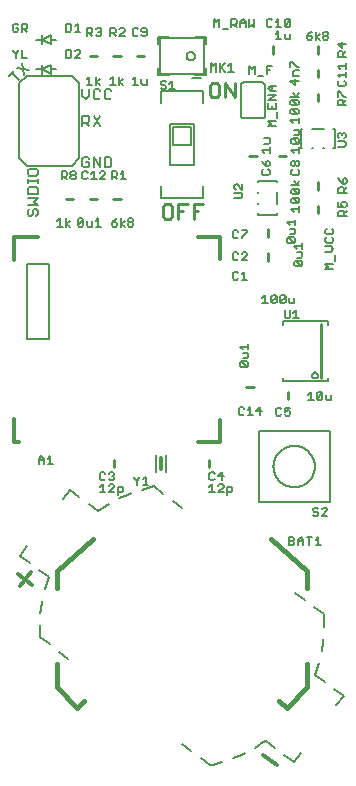
<source format=gto>
G75*
%MOIN*%
%OFA0B0*%
%FSLAX25Y25*%
%IPPOS*%
%LPD*%
%AMOC8*
5,1,8,0,0,1.08239X$1,22.5*
%
%ADD10C,0.00600*%
%ADD11C,0.00900*%
%ADD12C,0.00500*%
%ADD13C,0.00800*%
%ADD14C,0.01000*%
%ADD15C,0.01600*%
%ADD16C,0.01200*%
%ADD17C,0.01181*%
D10*
X0028558Y0212213D02*
X0029125Y0212213D01*
X0029692Y0212781D01*
X0029692Y0213915D01*
X0030259Y0214482D01*
X0030826Y0214482D01*
X0031393Y0213915D01*
X0031393Y0212781D01*
X0030826Y0212213D01*
X0031393Y0215897D02*
X0030259Y0217031D01*
X0031393Y0218165D01*
X0027990Y0218165D01*
X0027990Y0219580D02*
X0027990Y0221281D01*
X0028558Y0221848D01*
X0030826Y0221848D01*
X0031393Y0221281D01*
X0031393Y0219580D01*
X0027990Y0219580D01*
X0027990Y0223263D02*
X0027990Y0224397D01*
X0027990Y0223830D02*
X0031393Y0223830D01*
X0031393Y0223263D02*
X0031393Y0224397D01*
X0030826Y0225718D02*
X0031393Y0226285D01*
X0031393Y0227420D01*
X0030826Y0227987D01*
X0028558Y0227987D01*
X0027990Y0227420D01*
X0027990Y0226285D01*
X0028558Y0225718D01*
X0030826Y0225718D01*
X0031393Y0215897D02*
X0027990Y0215897D01*
X0028558Y0214482D02*
X0027990Y0213915D01*
X0027990Y0212781D01*
X0028558Y0212213D01*
X0046265Y0229021D02*
X0046832Y0228454D01*
X0047966Y0228454D01*
X0048534Y0229021D01*
X0048534Y0230155D01*
X0047399Y0230155D01*
X0046265Y0231289D02*
X0046265Y0229021D01*
X0046265Y0231289D02*
X0046832Y0231856D01*
X0047966Y0231856D01*
X0048534Y0231289D01*
X0049948Y0231856D02*
X0049948Y0228454D01*
X0052217Y0228454D02*
X0052217Y0231856D01*
X0053631Y0231856D02*
X0055333Y0231856D01*
X0055900Y0231289D01*
X0055900Y0229021D01*
X0055333Y0228454D01*
X0053631Y0228454D01*
X0053631Y0231856D01*
X0049948Y0231856D02*
X0052217Y0228454D01*
X0052217Y0242233D02*
X0049948Y0245636D01*
X0048534Y0245069D02*
X0048534Y0243935D01*
X0047966Y0243367D01*
X0046265Y0243367D01*
X0046265Y0242233D02*
X0046265Y0245636D01*
X0047966Y0245636D01*
X0048534Y0245069D01*
X0047399Y0243367D02*
X0048534Y0242233D01*
X0049948Y0242233D02*
X0052217Y0245636D01*
X0051650Y0251091D02*
X0050515Y0251091D01*
X0049948Y0251658D01*
X0049948Y0253927D01*
X0050515Y0254494D01*
X0051650Y0254494D01*
X0052217Y0253927D01*
X0053631Y0253927D02*
X0053631Y0251658D01*
X0054198Y0251091D01*
X0055333Y0251091D01*
X0055900Y0251658D01*
X0055900Y0253927D02*
X0055333Y0254494D01*
X0054198Y0254494D01*
X0053631Y0253927D01*
X0052217Y0251658D02*
X0051650Y0251091D01*
X0048534Y0252226D02*
X0048534Y0254494D01*
X0048534Y0252226D02*
X0047399Y0251091D01*
X0046265Y0252226D01*
X0046265Y0254494D01*
X0028520Y0260837D02*
X0024510Y0261640D01*
X0023509Y0260639D02*
X0021905Y0259035D01*
X0022707Y0259837D02*
X0025113Y0257431D01*
X0026916Y0259233D02*
X0026114Y0263244D01*
X0099052Y0255791D02*
X0099052Y0245791D01*
X0099054Y0245731D01*
X0099059Y0245670D01*
X0099068Y0245611D01*
X0099081Y0245552D01*
X0099097Y0245493D01*
X0099117Y0245436D01*
X0099140Y0245381D01*
X0099167Y0245326D01*
X0099196Y0245274D01*
X0099229Y0245223D01*
X0099265Y0245174D01*
X0099303Y0245128D01*
X0099345Y0245084D01*
X0099389Y0245042D01*
X0099435Y0245004D01*
X0099484Y0244968D01*
X0099535Y0244935D01*
X0099587Y0244906D01*
X0099642Y0244879D01*
X0099697Y0244856D01*
X0099754Y0244836D01*
X0099813Y0244820D01*
X0099872Y0244807D01*
X0099931Y0244798D01*
X0099992Y0244793D01*
X0100052Y0244791D01*
X0106052Y0244791D01*
X0106112Y0244793D01*
X0106173Y0244798D01*
X0106232Y0244807D01*
X0106291Y0244820D01*
X0106350Y0244836D01*
X0106407Y0244856D01*
X0106462Y0244879D01*
X0106517Y0244906D01*
X0106569Y0244935D01*
X0106620Y0244968D01*
X0106669Y0245004D01*
X0106715Y0245042D01*
X0106759Y0245084D01*
X0106801Y0245128D01*
X0106839Y0245174D01*
X0106875Y0245223D01*
X0106908Y0245274D01*
X0106937Y0245326D01*
X0106964Y0245381D01*
X0106987Y0245436D01*
X0107007Y0245493D01*
X0107023Y0245552D01*
X0107036Y0245611D01*
X0107045Y0245670D01*
X0107050Y0245731D01*
X0107052Y0245791D01*
X0107052Y0255791D01*
X0107050Y0255851D01*
X0107045Y0255912D01*
X0107036Y0255971D01*
X0107023Y0256030D01*
X0107007Y0256089D01*
X0106987Y0256146D01*
X0106964Y0256201D01*
X0106937Y0256256D01*
X0106908Y0256308D01*
X0106875Y0256359D01*
X0106839Y0256408D01*
X0106801Y0256454D01*
X0106759Y0256498D01*
X0106715Y0256540D01*
X0106669Y0256578D01*
X0106620Y0256614D01*
X0106569Y0256647D01*
X0106517Y0256676D01*
X0106462Y0256703D01*
X0106407Y0256726D01*
X0106350Y0256746D01*
X0106291Y0256762D01*
X0106232Y0256775D01*
X0106173Y0256784D01*
X0106112Y0256789D01*
X0106052Y0256791D01*
X0100052Y0256791D01*
X0099992Y0256789D01*
X0099931Y0256784D01*
X0099872Y0256775D01*
X0099813Y0256762D01*
X0099754Y0256746D01*
X0099697Y0256726D01*
X0099642Y0256703D01*
X0099587Y0256676D01*
X0099535Y0256647D01*
X0099484Y0256614D01*
X0099435Y0256578D01*
X0099389Y0256540D01*
X0099345Y0256498D01*
X0099303Y0256454D01*
X0099265Y0256408D01*
X0099229Y0256359D01*
X0099196Y0256308D01*
X0099167Y0256256D01*
X0099140Y0256201D01*
X0099117Y0256146D01*
X0099097Y0256089D01*
X0099081Y0256030D01*
X0099068Y0255971D01*
X0099059Y0255912D01*
X0099054Y0255851D01*
X0099052Y0255791D01*
X0104784Y0223909D02*
X0104784Y0223539D01*
X0104784Y0223909D02*
X0111162Y0223909D01*
X0111162Y0223539D01*
X0111162Y0220366D02*
X0111162Y0216256D01*
X0111162Y0213083D02*
X0111162Y0212713D01*
X0104784Y0212713D01*
X0104784Y0213083D01*
X0104784Y0216256D02*
X0104784Y0216626D01*
X0104784Y0219996D02*
X0104784Y0220366D01*
X0119107Y0234807D02*
X0119477Y0234807D01*
X0119107Y0234807D02*
X0119107Y0241185D01*
X0119477Y0241185D01*
X0122650Y0241185D02*
X0126760Y0241185D01*
X0129933Y0241185D02*
X0130304Y0241185D01*
X0130304Y0234807D01*
X0129933Y0234807D01*
X0126760Y0234807D02*
X0126390Y0234807D01*
X0123020Y0234807D02*
X0122650Y0234807D01*
D11*
X0097030Y0251733D02*
X0097030Y0256437D01*
X0093894Y0256437D02*
X0093894Y0251733D01*
X0091874Y0252517D02*
X0091874Y0255653D01*
X0091090Y0256437D01*
X0089522Y0256437D01*
X0088738Y0255653D01*
X0088738Y0252517D01*
X0089522Y0251733D01*
X0091090Y0251733D01*
X0091874Y0252517D01*
X0093894Y0256437D02*
X0097030Y0251733D01*
X0086439Y0216083D02*
X0083303Y0216083D01*
X0083303Y0211379D01*
X0083303Y0213731D02*
X0084871Y0213731D01*
X0081282Y0216083D02*
X0078146Y0216083D01*
X0078146Y0211379D01*
X0078146Y0213731D02*
X0079714Y0213731D01*
X0076126Y0212163D02*
X0076126Y0215299D01*
X0075342Y0216083D01*
X0073774Y0216083D01*
X0072990Y0215299D01*
X0072990Y0212163D01*
X0073774Y0211379D01*
X0075342Y0211379D01*
X0076126Y0212163D01*
D12*
X0072540Y0218311D02*
X0086319Y0218311D01*
X0086319Y0222248D01*
X0083367Y0229138D02*
X0075493Y0229138D01*
X0075493Y0242917D01*
X0083367Y0242917D01*
X0083367Y0229138D01*
X0082382Y0236028D02*
X0076477Y0236028D01*
X0076477Y0241933D01*
X0082382Y0241933D01*
X0082382Y0236028D01*
X0086319Y0249807D02*
X0086319Y0253744D01*
X0072540Y0253744D01*
X0072540Y0249807D01*
X0072748Y0254486D02*
X0072298Y0254937D01*
X0072748Y0254486D02*
X0073649Y0254486D01*
X0074099Y0254937D01*
X0074099Y0255387D01*
X0073649Y0255837D01*
X0072748Y0255837D01*
X0072298Y0256288D01*
X0072298Y0256738D01*
X0072748Y0257189D01*
X0073649Y0257189D01*
X0074099Y0256738D01*
X0075244Y0256288D02*
X0076145Y0257189D01*
X0076145Y0254486D01*
X0075244Y0254486D02*
X0077046Y0254486D01*
X0075099Y0259256D02*
X0071556Y0259256D01*
X0071556Y0261618D01*
X0072028Y0259650D02*
X0072028Y0271461D01*
X0086831Y0271461D01*
X0086831Y0259650D01*
X0072028Y0259650D01*
X0067695Y0257764D02*
X0067695Y0255963D01*
X0066344Y0255963D01*
X0065894Y0256413D01*
X0065894Y0257764D01*
X0064749Y0255963D02*
X0062947Y0255963D01*
X0063848Y0255963D02*
X0063848Y0258665D01*
X0062947Y0257764D01*
X0059863Y0257764D02*
X0058512Y0256863D01*
X0059863Y0255963D01*
X0058512Y0255963D02*
X0058512Y0258665D01*
X0056466Y0258665D02*
X0056466Y0255963D01*
X0055565Y0255963D02*
X0057367Y0255963D01*
X0055565Y0257764D02*
X0056466Y0258665D01*
X0051989Y0257764D02*
X0050638Y0256863D01*
X0051989Y0255963D01*
X0050638Y0255963D02*
X0050638Y0258665D01*
X0048592Y0258665D02*
X0048592Y0255963D01*
X0047691Y0255963D02*
X0049493Y0255963D01*
X0047691Y0257764D02*
X0048592Y0258665D01*
X0045138Y0256402D02*
X0042638Y0258902D01*
X0027638Y0258902D01*
X0025138Y0256402D01*
X0025138Y0231402D01*
X0027638Y0228902D01*
X0042638Y0228902D01*
X0045138Y0231402D01*
X0045138Y0256402D01*
X0045550Y0264821D02*
X0043748Y0264821D01*
X0045550Y0266622D01*
X0045550Y0267073D01*
X0045099Y0267523D01*
X0044198Y0267523D01*
X0043748Y0267073D01*
X0042603Y0267073D02*
X0042153Y0267523D01*
X0040802Y0267523D01*
X0040802Y0264821D01*
X0042153Y0264821D01*
X0042603Y0265271D01*
X0042603Y0267073D01*
X0042153Y0273679D02*
X0040802Y0273679D01*
X0040802Y0276381D01*
X0042153Y0276381D01*
X0042603Y0275931D01*
X0042603Y0274130D01*
X0042153Y0273679D01*
X0043748Y0273679D02*
X0045550Y0273679D01*
X0044649Y0273679D02*
X0044649Y0276381D01*
X0043748Y0275481D01*
X0047691Y0274905D02*
X0047691Y0272203D01*
X0047691Y0273104D02*
X0049042Y0273104D01*
X0049493Y0273554D01*
X0049493Y0274455D01*
X0049042Y0274905D01*
X0047691Y0274905D01*
X0048592Y0273104D02*
X0049493Y0272203D01*
X0050638Y0272653D02*
X0051088Y0272203D01*
X0051989Y0272203D01*
X0052439Y0272653D01*
X0052439Y0273104D01*
X0051989Y0273554D01*
X0051539Y0273554D01*
X0051989Y0273554D02*
X0052439Y0274004D01*
X0052439Y0274455D01*
X0051989Y0274905D01*
X0051088Y0274905D01*
X0050638Y0274455D01*
X0055565Y0274905D02*
X0055565Y0272203D01*
X0055565Y0273104D02*
X0056917Y0273104D01*
X0057367Y0273554D01*
X0057367Y0274455D01*
X0056917Y0274905D01*
X0055565Y0274905D01*
X0056466Y0273104D02*
X0057367Y0272203D01*
X0058512Y0272203D02*
X0060313Y0274004D01*
X0060313Y0274455D01*
X0059863Y0274905D01*
X0058962Y0274905D01*
X0058512Y0274455D01*
X0058512Y0272203D02*
X0060313Y0272203D01*
X0062947Y0272653D02*
X0063398Y0272203D01*
X0064298Y0272203D01*
X0064749Y0272653D01*
X0065894Y0272653D02*
X0066344Y0272203D01*
X0067245Y0272203D01*
X0067695Y0272653D01*
X0067695Y0274455D01*
X0067245Y0274905D01*
X0066344Y0274905D01*
X0065894Y0274455D01*
X0065894Y0274004D01*
X0066344Y0273554D01*
X0067695Y0273554D01*
X0064749Y0274455D02*
X0064298Y0274905D01*
X0063398Y0274905D01*
X0062947Y0274455D01*
X0062947Y0272653D01*
X0071556Y0271854D02*
X0071556Y0269492D01*
X0071556Y0271854D02*
X0075099Y0271854D01*
X0080990Y0265555D02*
X0080992Y0265629D01*
X0080998Y0265703D01*
X0081008Y0265776D01*
X0081021Y0265849D01*
X0081039Y0265921D01*
X0081060Y0265992D01*
X0081086Y0266062D01*
X0081114Y0266130D01*
X0081147Y0266197D01*
X0081183Y0266262D01*
X0081222Y0266324D01*
X0081265Y0266385D01*
X0081310Y0266443D01*
X0081359Y0266499D01*
X0081411Y0266552D01*
X0081465Y0266603D01*
X0081522Y0266650D01*
X0081582Y0266694D01*
X0081644Y0266735D01*
X0081708Y0266773D01*
X0081773Y0266807D01*
X0081841Y0266837D01*
X0081910Y0266864D01*
X0081980Y0266888D01*
X0082052Y0266907D01*
X0082124Y0266923D01*
X0082197Y0266935D01*
X0082271Y0266943D01*
X0082345Y0266947D01*
X0082419Y0266947D01*
X0082493Y0266943D01*
X0082567Y0266935D01*
X0082640Y0266923D01*
X0082712Y0266907D01*
X0082784Y0266888D01*
X0082854Y0266864D01*
X0082923Y0266837D01*
X0082991Y0266807D01*
X0083056Y0266773D01*
X0083120Y0266735D01*
X0083182Y0266694D01*
X0083242Y0266650D01*
X0083299Y0266603D01*
X0083353Y0266552D01*
X0083405Y0266499D01*
X0083454Y0266443D01*
X0083499Y0266385D01*
X0083542Y0266324D01*
X0083581Y0266262D01*
X0083617Y0266197D01*
X0083650Y0266130D01*
X0083678Y0266062D01*
X0083704Y0265992D01*
X0083725Y0265921D01*
X0083743Y0265849D01*
X0083756Y0265776D01*
X0083766Y0265703D01*
X0083772Y0265629D01*
X0083774Y0265555D01*
X0083772Y0265481D01*
X0083766Y0265407D01*
X0083756Y0265334D01*
X0083743Y0265261D01*
X0083725Y0265189D01*
X0083704Y0265118D01*
X0083678Y0265048D01*
X0083650Y0264980D01*
X0083617Y0264913D01*
X0083581Y0264848D01*
X0083542Y0264786D01*
X0083499Y0264725D01*
X0083454Y0264667D01*
X0083405Y0264611D01*
X0083353Y0264558D01*
X0083299Y0264507D01*
X0083242Y0264460D01*
X0083182Y0264416D01*
X0083120Y0264375D01*
X0083056Y0264337D01*
X0082991Y0264303D01*
X0082923Y0264273D01*
X0082854Y0264246D01*
X0082784Y0264222D01*
X0082712Y0264203D01*
X0082640Y0264187D01*
X0082567Y0264175D01*
X0082493Y0264167D01*
X0082419Y0264163D01*
X0082345Y0264163D01*
X0082271Y0264167D01*
X0082197Y0264175D01*
X0082124Y0264187D01*
X0082052Y0264203D01*
X0081980Y0264222D01*
X0081910Y0264246D01*
X0081841Y0264273D01*
X0081773Y0264303D01*
X0081708Y0264337D01*
X0081644Y0264375D01*
X0081582Y0264416D01*
X0081522Y0264460D01*
X0081465Y0264507D01*
X0081411Y0264558D01*
X0081359Y0264611D01*
X0081310Y0264667D01*
X0081265Y0264725D01*
X0081222Y0264786D01*
X0081183Y0264848D01*
X0081147Y0264913D01*
X0081114Y0264980D01*
X0081086Y0265048D01*
X0081060Y0265118D01*
X0081039Y0265189D01*
X0081021Y0265261D01*
X0081008Y0265334D01*
X0080998Y0265407D01*
X0080992Y0265481D01*
X0080990Y0265555D01*
X0083760Y0259256D02*
X0087304Y0259256D01*
X0087304Y0261618D01*
X0085729Y0258272D02*
X0082776Y0258272D01*
X0089030Y0260392D02*
X0089030Y0263094D01*
X0089931Y0262193D01*
X0090831Y0263094D01*
X0090831Y0260392D01*
X0091976Y0260392D02*
X0091976Y0263094D01*
X0092427Y0261743D02*
X0093778Y0260392D01*
X0094923Y0260392D02*
X0096725Y0260392D01*
X0095824Y0260392D02*
X0095824Y0263094D01*
X0094923Y0262193D01*
X0093778Y0263094D02*
X0091976Y0261292D01*
X0087304Y0269492D02*
X0087304Y0271854D01*
X0083760Y0271854D01*
X0090014Y0275156D02*
X0090014Y0277858D01*
X0090915Y0276957D01*
X0091816Y0277858D01*
X0091816Y0275156D01*
X0092961Y0274705D02*
X0094762Y0274705D01*
X0095907Y0275156D02*
X0095907Y0277858D01*
X0097258Y0277858D01*
X0097709Y0277407D01*
X0097709Y0276507D01*
X0097258Y0276056D01*
X0095907Y0276056D01*
X0096808Y0276056D02*
X0097709Y0275156D01*
X0098854Y0275156D02*
X0098854Y0276957D01*
X0099755Y0277858D01*
X0100655Y0276957D01*
X0100655Y0275156D01*
X0101800Y0275156D02*
X0101800Y0277858D01*
X0100655Y0276507D02*
X0098854Y0276507D01*
X0101800Y0275156D02*
X0102701Y0276056D01*
X0103602Y0275156D01*
X0103602Y0277858D01*
X0107731Y0277407D02*
X0107731Y0275606D01*
X0108181Y0275156D01*
X0109082Y0275156D01*
X0109532Y0275606D01*
X0110677Y0275156D02*
X0112479Y0275156D01*
X0111578Y0275156D02*
X0111578Y0277858D01*
X0110677Y0276957D01*
X0109532Y0277407D02*
X0109082Y0277858D01*
X0108181Y0277858D01*
X0107731Y0277407D01*
X0111584Y0273921D02*
X0110683Y0273020D01*
X0111584Y0273921D02*
X0111584Y0271219D01*
X0110683Y0271219D02*
X0112485Y0271219D01*
X0113630Y0271669D02*
X0114080Y0271219D01*
X0115432Y0271219D01*
X0115432Y0273020D01*
X0113630Y0273020D02*
X0113630Y0271669D01*
X0114074Y0275156D02*
X0113624Y0275606D01*
X0115425Y0277407D01*
X0115425Y0275606D01*
X0114975Y0275156D01*
X0114074Y0275156D01*
X0113624Y0275606D02*
X0113624Y0277407D01*
X0114074Y0277858D01*
X0114975Y0277858D01*
X0115425Y0277407D01*
X0121036Y0272322D02*
X0122387Y0272322D01*
X0122837Y0271872D01*
X0122837Y0271422D01*
X0122387Y0270971D01*
X0121486Y0270971D01*
X0121036Y0271422D01*
X0121036Y0272322D01*
X0121937Y0273223D01*
X0122837Y0273674D01*
X0123982Y0273674D02*
X0123982Y0270971D01*
X0123982Y0271872D02*
X0125333Y0270971D01*
X0126438Y0271422D02*
X0126438Y0271872D01*
X0126888Y0272322D01*
X0127789Y0272322D01*
X0128239Y0271872D01*
X0128239Y0271422D01*
X0127789Y0270971D01*
X0126888Y0270971D01*
X0126438Y0271422D01*
X0126888Y0272322D02*
X0126438Y0272773D01*
X0126438Y0273223D01*
X0126888Y0273674D01*
X0127789Y0273674D01*
X0128239Y0273223D01*
X0128239Y0272773D01*
X0127789Y0272322D01*
X0125333Y0272773D02*
X0123982Y0271872D01*
X0131350Y0269623D02*
X0132702Y0268272D01*
X0132702Y0270074D01*
X0134053Y0269623D02*
X0131350Y0269623D01*
X0131801Y0267127D02*
X0132702Y0267127D01*
X0133152Y0266677D01*
X0133152Y0265325D01*
X0134053Y0265325D02*
X0131350Y0265325D01*
X0131350Y0266677D01*
X0131801Y0267127D01*
X0133152Y0266226D02*
X0134053Y0267127D01*
X0134053Y0263184D02*
X0134053Y0261382D01*
X0134053Y0262283D02*
X0131350Y0262283D01*
X0132251Y0261382D01*
X0134053Y0260237D02*
X0134053Y0258436D01*
X0134053Y0259336D02*
X0131350Y0259336D01*
X0132251Y0258436D01*
X0131801Y0257291D02*
X0131350Y0256840D01*
X0131350Y0255940D01*
X0131801Y0255489D01*
X0133602Y0255489D01*
X0134053Y0255940D01*
X0134053Y0256840D01*
X0133602Y0257291D01*
X0131801Y0253833D02*
X0133602Y0252032D01*
X0134053Y0252032D01*
X0134053Y0250887D02*
X0133152Y0249986D01*
X0133152Y0250436D02*
X0133152Y0249085D01*
X0134053Y0249085D02*
X0131350Y0249085D01*
X0131350Y0250436D01*
X0131801Y0250887D01*
X0132702Y0250887D01*
X0133152Y0250436D01*
X0131350Y0252032D02*
X0131350Y0253833D01*
X0131801Y0253833D01*
X0131801Y0240054D02*
X0132251Y0240054D01*
X0132702Y0239603D01*
X0133152Y0240054D01*
X0133602Y0240054D01*
X0134053Y0239603D01*
X0134053Y0238703D01*
X0133602Y0238252D01*
X0133602Y0237107D02*
X0131350Y0237107D01*
X0131801Y0238252D02*
X0131350Y0238703D01*
X0131350Y0239603D01*
X0131801Y0240054D01*
X0132702Y0239603D02*
X0132702Y0239153D01*
X0133602Y0237107D02*
X0134053Y0236657D01*
X0134053Y0235756D01*
X0133602Y0235306D01*
X0131350Y0235306D01*
X0131595Y0224785D02*
X0132046Y0223885D01*
X0132947Y0222984D01*
X0132947Y0224335D01*
X0133397Y0224785D01*
X0133847Y0224785D01*
X0134298Y0224335D01*
X0134298Y0223434D01*
X0133847Y0222984D01*
X0132947Y0222984D01*
X0132947Y0221839D02*
X0133397Y0221389D01*
X0133397Y0220037D01*
X0134298Y0220037D02*
X0131595Y0220037D01*
X0131595Y0221389D01*
X0132046Y0221839D01*
X0132947Y0221839D01*
X0133397Y0220938D02*
X0134298Y0221839D01*
X0133847Y0216911D02*
X0132947Y0216911D01*
X0132496Y0216461D01*
X0132496Y0216011D01*
X0132947Y0215110D01*
X0131595Y0215110D01*
X0131595Y0216911D01*
X0132046Y0213965D02*
X0131595Y0213515D01*
X0131595Y0212163D01*
X0134298Y0212163D01*
X0133397Y0212163D02*
X0133397Y0213515D01*
X0132947Y0213965D01*
X0132046Y0213965D01*
X0133397Y0213064D02*
X0134298Y0213965D01*
X0133847Y0215110D02*
X0134298Y0215560D01*
X0134298Y0216461D01*
X0133847Y0216911D01*
X0129418Y0208034D02*
X0129869Y0207584D01*
X0129869Y0206683D01*
X0129418Y0206233D01*
X0127617Y0206233D01*
X0127166Y0206683D01*
X0127166Y0207584D01*
X0127617Y0208034D01*
X0127617Y0205088D02*
X0127166Y0204638D01*
X0127166Y0203737D01*
X0127617Y0203286D01*
X0129418Y0203286D01*
X0129869Y0203737D01*
X0129869Y0204638D01*
X0129418Y0205088D01*
X0128968Y0202141D02*
X0127166Y0202141D01*
X0127166Y0200340D02*
X0128968Y0200340D01*
X0129869Y0201241D01*
X0128968Y0202141D01*
X0130319Y0199195D02*
X0130319Y0197393D01*
X0129869Y0196248D02*
X0127166Y0196248D01*
X0128067Y0195348D01*
X0127166Y0194447D01*
X0129869Y0194447D01*
X0119534Y0195881D02*
X0119083Y0195431D01*
X0117282Y0197233D01*
X0119083Y0197233D01*
X0119534Y0196782D01*
X0119534Y0195881D01*
X0119083Y0195431D02*
X0117282Y0195431D01*
X0116832Y0195881D01*
X0116832Y0196782D01*
X0117282Y0197233D01*
X0117732Y0198378D02*
X0119083Y0198378D01*
X0119534Y0198828D01*
X0119534Y0200179D01*
X0117732Y0200179D01*
X0117732Y0201324D02*
X0116832Y0202225D01*
X0119534Y0202225D01*
X0119534Y0201324D02*
X0119534Y0203126D01*
X0117191Y0203716D02*
X0116741Y0203266D01*
X0114939Y0205067D01*
X0116741Y0205067D01*
X0117191Y0204617D01*
X0117191Y0203716D01*
X0116741Y0203266D02*
X0114939Y0203266D01*
X0114489Y0203716D01*
X0114489Y0204617D01*
X0114939Y0205067D01*
X0115390Y0206212D02*
X0116741Y0206212D01*
X0117191Y0206663D01*
X0117191Y0208014D01*
X0115390Y0208014D01*
X0115390Y0209159D02*
X0114489Y0210060D01*
X0117191Y0210060D01*
X0117191Y0210960D02*
X0117191Y0209159D01*
X0116748Y0213640D02*
X0115847Y0214541D01*
X0118550Y0214541D01*
X0118550Y0215441D02*
X0118550Y0213640D01*
X0118099Y0216586D02*
X0116298Y0218388D01*
X0118099Y0218388D01*
X0118550Y0217937D01*
X0118550Y0217037D01*
X0118099Y0216586D01*
X0116298Y0216586D01*
X0115847Y0217037D01*
X0115847Y0217937D01*
X0116298Y0218388D01*
X0116298Y0219533D02*
X0115847Y0219983D01*
X0115847Y0220884D01*
X0116298Y0221334D01*
X0118099Y0219533D01*
X0118550Y0219983D01*
X0118550Y0220884D01*
X0118099Y0221334D01*
X0116298Y0221334D01*
X0115847Y0222479D02*
X0118550Y0222479D01*
X0117649Y0222479D02*
X0116748Y0223830D01*
X0117649Y0222479D02*
X0118550Y0223830D01*
X0118099Y0225943D02*
X0116298Y0225943D01*
X0115847Y0226393D01*
X0115847Y0227294D01*
X0116298Y0227744D01*
X0116298Y0228889D02*
X0115847Y0229340D01*
X0115847Y0230241D01*
X0116298Y0230691D01*
X0116748Y0230691D01*
X0117198Y0230241D01*
X0117198Y0229340D01*
X0116748Y0228889D01*
X0116298Y0228889D01*
X0117198Y0229340D02*
X0117649Y0228889D01*
X0118099Y0228889D01*
X0118550Y0229340D01*
X0118550Y0230241D01*
X0118099Y0230691D01*
X0117649Y0230691D01*
X0117198Y0230241D01*
X0118099Y0227744D02*
X0118550Y0227294D01*
X0118550Y0226393D01*
X0118099Y0225943D01*
X0118099Y0219533D02*
X0116298Y0219533D01*
X0116748Y0233325D02*
X0115847Y0234226D01*
X0118550Y0234226D01*
X0118550Y0235126D02*
X0118550Y0233325D01*
X0118099Y0236271D02*
X0116298Y0236271D01*
X0115847Y0236722D01*
X0115847Y0237622D01*
X0116298Y0238073D01*
X0118099Y0236271D01*
X0118550Y0236722D01*
X0118550Y0237622D01*
X0118099Y0238073D01*
X0116298Y0238073D01*
X0116748Y0239218D02*
X0118099Y0239218D01*
X0118550Y0239668D01*
X0118550Y0241019D01*
X0116748Y0241019D01*
X0116503Y0243191D02*
X0115602Y0244092D01*
X0118305Y0244092D01*
X0118305Y0243191D02*
X0118305Y0244993D01*
X0117854Y0246138D02*
X0116053Y0247939D01*
X0117854Y0247939D01*
X0118305Y0247489D01*
X0118305Y0246588D01*
X0117854Y0246138D01*
X0116053Y0246138D01*
X0115602Y0246588D01*
X0115602Y0247489D01*
X0116053Y0247939D01*
X0116053Y0249084D02*
X0115602Y0249535D01*
X0115602Y0250435D01*
X0116053Y0250886D01*
X0117854Y0249084D01*
X0118305Y0249535D01*
X0118305Y0250435D01*
X0117854Y0250886D01*
X0116053Y0250886D01*
X0115602Y0252031D02*
X0118305Y0252031D01*
X0117404Y0252031D02*
X0116503Y0253382D01*
X0117404Y0252031D02*
X0118305Y0253382D01*
X0116954Y0255981D02*
X0116954Y0257783D01*
X0116503Y0258928D02*
X0116503Y0260279D01*
X0116954Y0260729D01*
X0118305Y0260729D01*
X0118305Y0261874D02*
X0117854Y0261874D01*
X0116053Y0263676D01*
X0115602Y0263676D01*
X0115602Y0261874D01*
X0116503Y0258928D02*
X0118305Y0258928D01*
X0118305Y0257332D02*
X0115602Y0257332D01*
X0116954Y0255981D01*
X0117854Y0249084D02*
X0116053Y0249084D01*
X0111248Y0246818D02*
X0111248Y0245016D01*
X0110798Y0243871D02*
X0108095Y0243871D01*
X0108996Y0242970D01*
X0108095Y0242070D01*
X0110798Y0242070D01*
X0108707Y0238073D02*
X0106906Y0238073D01*
X0108707Y0238073D02*
X0108707Y0236722D01*
X0108257Y0236271D01*
X0106906Y0236271D01*
X0108707Y0235126D02*
X0108707Y0233325D01*
X0108707Y0234226D02*
X0106005Y0234226D01*
X0106906Y0233325D01*
X0107806Y0230691D02*
X0107356Y0230241D01*
X0107356Y0228889D01*
X0108257Y0228889D01*
X0108707Y0229340D01*
X0108707Y0230241D01*
X0108257Y0230691D01*
X0107806Y0230691D01*
X0106455Y0229790D02*
X0107356Y0228889D01*
X0106455Y0229790D02*
X0106005Y0230691D01*
X0106455Y0227744D02*
X0106005Y0227294D01*
X0106005Y0226393D01*
X0106455Y0225943D01*
X0108257Y0225943D01*
X0108707Y0226393D01*
X0108707Y0227294D01*
X0108257Y0227744D01*
X0099604Y0222829D02*
X0099604Y0221028D01*
X0097802Y0222829D01*
X0097352Y0222829D01*
X0096902Y0222379D01*
X0096902Y0221478D01*
X0097352Y0221028D01*
X0096902Y0219883D02*
X0099154Y0219883D01*
X0099604Y0219433D01*
X0099604Y0218532D01*
X0099154Y0218081D01*
X0096902Y0218081D01*
X0096862Y0207484D02*
X0096412Y0207033D01*
X0096412Y0205232D01*
X0096862Y0204781D01*
X0097763Y0204781D01*
X0098213Y0205232D01*
X0099358Y0205232D02*
X0099358Y0204781D01*
X0099358Y0205232D02*
X0101160Y0207033D01*
X0101160Y0207484D01*
X0099358Y0207484D01*
X0098213Y0207033D02*
X0097763Y0207484D01*
X0096862Y0207484D01*
X0096823Y0200141D02*
X0096372Y0199691D01*
X0096372Y0197889D01*
X0096823Y0197439D01*
X0097724Y0197439D01*
X0098174Y0197889D01*
X0099319Y0197439D02*
X0101121Y0199241D01*
X0101121Y0199691D01*
X0100670Y0200141D01*
X0099769Y0200141D01*
X0099319Y0199691D01*
X0098174Y0199691D02*
X0097724Y0200141D01*
X0096823Y0200141D01*
X0099319Y0197439D02*
X0101121Y0197439D01*
X0100259Y0193704D02*
X0099358Y0192804D01*
X0098213Y0193254D02*
X0097763Y0193704D01*
X0096862Y0193704D01*
X0096412Y0193254D01*
X0096412Y0191452D01*
X0096862Y0191002D01*
X0097763Y0191002D01*
X0098213Y0191452D01*
X0099358Y0191002D02*
X0101160Y0191002D01*
X0100259Y0191002D02*
X0100259Y0193704D01*
X0107155Y0185830D02*
X0106254Y0184929D01*
X0107155Y0185830D02*
X0107155Y0183128D01*
X0106254Y0183128D02*
X0108056Y0183128D01*
X0109201Y0183578D02*
X0111002Y0185380D01*
X0111002Y0183578D01*
X0110552Y0183128D01*
X0109651Y0183128D01*
X0109201Y0183578D01*
X0109201Y0185380D01*
X0109651Y0185830D01*
X0110552Y0185830D01*
X0111002Y0185380D01*
X0112147Y0185380D02*
X0112598Y0185830D01*
X0113499Y0185830D01*
X0113949Y0185380D01*
X0112147Y0183578D01*
X0112598Y0183128D01*
X0113499Y0183128D01*
X0113949Y0183578D01*
X0113949Y0185380D01*
X0115094Y0184929D02*
X0115094Y0183578D01*
X0115544Y0183128D01*
X0116895Y0183128D01*
X0116895Y0184929D01*
X0117484Y0180909D02*
X0117484Y0178207D01*
X0118384Y0178207D02*
X0116583Y0178207D01*
X0115438Y0178657D02*
X0115438Y0180909D01*
X0116583Y0180008D02*
X0117484Y0180909D01*
X0115438Y0178657D02*
X0114987Y0178207D01*
X0114087Y0178207D01*
X0113636Y0178657D01*
X0113636Y0180909D01*
X0112147Y0183578D02*
X0112147Y0185380D01*
X0101443Y0169622D02*
X0101443Y0167820D01*
X0101443Y0168721D02*
X0098741Y0168721D01*
X0099642Y0167820D01*
X0099642Y0166675D02*
X0101443Y0166675D01*
X0101443Y0165324D01*
X0100993Y0164874D01*
X0099642Y0164874D01*
X0099191Y0163729D02*
X0100993Y0161927D01*
X0101443Y0162378D01*
X0101443Y0163278D01*
X0100993Y0163729D01*
X0099191Y0163729D01*
X0098741Y0163278D01*
X0098741Y0162378D01*
X0099191Y0161927D01*
X0100993Y0161927D01*
X0102188Y0148468D02*
X0101287Y0147567D01*
X0100142Y0148018D02*
X0099692Y0148468D01*
X0098791Y0148468D01*
X0098341Y0148018D01*
X0098341Y0146216D01*
X0098791Y0145766D01*
X0099692Y0145766D01*
X0100142Y0146216D01*
X0101287Y0145766D02*
X0103089Y0145766D01*
X0102188Y0145766D02*
X0102188Y0148468D01*
X0104234Y0147117D02*
X0106036Y0147117D01*
X0105585Y0148468D02*
X0104234Y0147117D01*
X0105585Y0145766D02*
X0105585Y0148468D01*
X0105020Y0140555D02*
X0105020Y0116933D01*
X0128642Y0116933D01*
X0128642Y0140555D01*
X0105020Y0140555D01*
X0110768Y0146092D02*
X0111218Y0145642D01*
X0112119Y0145642D01*
X0112569Y0146092D01*
X0113714Y0146092D02*
X0114165Y0145642D01*
X0115066Y0145642D01*
X0115516Y0146092D01*
X0115516Y0146993D01*
X0115066Y0147443D01*
X0114615Y0147443D01*
X0113714Y0146993D01*
X0113714Y0148344D01*
X0115516Y0148344D01*
X0112569Y0147894D02*
X0112119Y0148344D01*
X0111218Y0148344D01*
X0110768Y0147894D01*
X0110768Y0146092D01*
X0109941Y0128744D02*
X0109943Y0128913D01*
X0109949Y0129082D01*
X0109960Y0129251D01*
X0109974Y0129419D01*
X0109993Y0129587D01*
X0110016Y0129755D01*
X0110042Y0129922D01*
X0110073Y0130088D01*
X0110108Y0130254D01*
X0110147Y0130418D01*
X0110191Y0130582D01*
X0110238Y0130744D01*
X0110289Y0130905D01*
X0110344Y0131065D01*
X0110403Y0131224D01*
X0110465Y0131381D01*
X0110532Y0131536D01*
X0110603Y0131690D01*
X0110677Y0131842D01*
X0110755Y0131992D01*
X0110836Y0132140D01*
X0110921Y0132286D01*
X0111010Y0132430D01*
X0111102Y0132572D01*
X0111198Y0132711D01*
X0111297Y0132848D01*
X0111399Y0132983D01*
X0111505Y0133115D01*
X0111614Y0133244D01*
X0111726Y0133371D01*
X0111841Y0133495D01*
X0111959Y0133616D01*
X0112080Y0133734D01*
X0112204Y0133849D01*
X0112331Y0133961D01*
X0112460Y0134070D01*
X0112592Y0134176D01*
X0112727Y0134278D01*
X0112864Y0134377D01*
X0113003Y0134473D01*
X0113145Y0134565D01*
X0113289Y0134654D01*
X0113435Y0134739D01*
X0113583Y0134820D01*
X0113733Y0134898D01*
X0113885Y0134972D01*
X0114039Y0135043D01*
X0114194Y0135110D01*
X0114351Y0135172D01*
X0114510Y0135231D01*
X0114670Y0135286D01*
X0114831Y0135337D01*
X0114993Y0135384D01*
X0115157Y0135428D01*
X0115321Y0135467D01*
X0115487Y0135502D01*
X0115653Y0135533D01*
X0115820Y0135559D01*
X0115988Y0135582D01*
X0116156Y0135601D01*
X0116324Y0135615D01*
X0116493Y0135626D01*
X0116662Y0135632D01*
X0116831Y0135634D01*
X0117000Y0135632D01*
X0117169Y0135626D01*
X0117338Y0135615D01*
X0117506Y0135601D01*
X0117674Y0135582D01*
X0117842Y0135559D01*
X0118009Y0135533D01*
X0118175Y0135502D01*
X0118341Y0135467D01*
X0118505Y0135428D01*
X0118669Y0135384D01*
X0118831Y0135337D01*
X0118992Y0135286D01*
X0119152Y0135231D01*
X0119311Y0135172D01*
X0119468Y0135110D01*
X0119623Y0135043D01*
X0119777Y0134972D01*
X0119929Y0134898D01*
X0120079Y0134820D01*
X0120227Y0134739D01*
X0120373Y0134654D01*
X0120517Y0134565D01*
X0120659Y0134473D01*
X0120798Y0134377D01*
X0120935Y0134278D01*
X0121070Y0134176D01*
X0121202Y0134070D01*
X0121331Y0133961D01*
X0121458Y0133849D01*
X0121582Y0133734D01*
X0121703Y0133616D01*
X0121821Y0133495D01*
X0121936Y0133371D01*
X0122048Y0133244D01*
X0122157Y0133115D01*
X0122263Y0132983D01*
X0122365Y0132848D01*
X0122464Y0132711D01*
X0122560Y0132572D01*
X0122652Y0132430D01*
X0122741Y0132286D01*
X0122826Y0132140D01*
X0122907Y0131992D01*
X0122985Y0131842D01*
X0123059Y0131690D01*
X0123130Y0131536D01*
X0123197Y0131381D01*
X0123259Y0131224D01*
X0123318Y0131065D01*
X0123373Y0130905D01*
X0123424Y0130744D01*
X0123471Y0130582D01*
X0123515Y0130418D01*
X0123554Y0130254D01*
X0123589Y0130088D01*
X0123620Y0129922D01*
X0123646Y0129755D01*
X0123669Y0129587D01*
X0123688Y0129419D01*
X0123702Y0129251D01*
X0123713Y0129082D01*
X0123719Y0128913D01*
X0123721Y0128744D01*
X0123719Y0128575D01*
X0123713Y0128406D01*
X0123702Y0128237D01*
X0123688Y0128069D01*
X0123669Y0127901D01*
X0123646Y0127733D01*
X0123620Y0127566D01*
X0123589Y0127400D01*
X0123554Y0127234D01*
X0123515Y0127070D01*
X0123471Y0126906D01*
X0123424Y0126744D01*
X0123373Y0126583D01*
X0123318Y0126423D01*
X0123259Y0126264D01*
X0123197Y0126107D01*
X0123130Y0125952D01*
X0123059Y0125798D01*
X0122985Y0125646D01*
X0122907Y0125496D01*
X0122826Y0125348D01*
X0122741Y0125202D01*
X0122652Y0125058D01*
X0122560Y0124916D01*
X0122464Y0124777D01*
X0122365Y0124640D01*
X0122263Y0124505D01*
X0122157Y0124373D01*
X0122048Y0124244D01*
X0121936Y0124117D01*
X0121821Y0123993D01*
X0121703Y0123872D01*
X0121582Y0123754D01*
X0121458Y0123639D01*
X0121331Y0123527D01*
X0121202Y0123418D01*
X0121070Y0123312D01*
X0120935Y0123210D01*
X0120798Y0123111D01*
X0120659Y0123015D01*
X0120517Y0122923D01*
X0120373Y0122834D01*
X0120227Y0122749D01*
X0120079Y0122668D01*
X0119929Y0122590D01*
X0119777Y0122516D01*
X0119623Y0122445D01*
X0119468Y0122378D01*
X0119311Y0122316D01*
X0119152Y0122257D01*
X0118992Y0122202D01*
X0118831Y0122151D01*
X0118669Y0122104D01*
X0118505Y0122060D01*
X0118341Y0122021D01*
X0118175Y0121986D01*
X0118009Y0121955D01*
X0117842Y0121929D01*
X0117674Y0121906D01*
X0117506Y0121887D01*
X0117338Y0121873D01*
X0117169Y0121862D01*
X0117000Y0121856D01*
X0116831Y0121854D01*
X0116662Y0121856D01*
X0116493Y0121862D01*
X0116324Y0121873D01*
X0116156Y0121887D01*
X0115988Y0121906D01*
X0115820Y0121929D01*
X0115653Y0121955D01*
X0115487Y0121986D01*
X0115321Y0122021D01*
X0115157Y0122060D01*
X0114993Y0122104D01*
X0114831Y0122151D01*
X0114670Y0122202D01*
X0114510Y0122257D01*
X0114351Y0122316D01*
X0114194Y0122378D01*
X0114039Y0122445D01*
X0113885Y0122516D01*
X0113733Y0122590D01*
X0113583Y0122668D01*
X0113435Y0122749D01*
X0113289Y0122834D01*
X0113145Y0122923D01*
X0113003Y0123015D01*
X0112864Y0123111D01*
X0112727Y0123210D01*
X0112592Y0123312D01*
X0112460Y0123418D01*
X0112331Y0123527D01*
X0112204Y0123639D01*
X0112080Y0123754D01*
X0111959Y0123872D01*
X0111841Y0123993D01*
X0111726Y0124117D01*
X0111614Y0124244D01*
X0111505Y0124373D01*
X0111399Y0124505D01*
X0111297Y0124640D01*
X0111198Y0124777D01*
X0111102Y0124916D01*
X0111010Y0125058D01*
X0110921Y0125202D01*
X0110836Y0125348D01*
X0110755Y0125496D01*
X0110677Y0125646D01*
X0110603Y0125798D01*
X0110532Y0125952D01*
X0110465Y0126107D01*
X0110403Y0126264D01*
X0110344Y0126423D01*
X0110289Y0126583D01*
X0110238Y0126744D01*
X0110191Y0126906D01*
X0110147Y0127070D01*
X0110108Y0127234D01*
X0110073Y0127400D01*
X0110042Y0127566D01*
X0110016Y0127733D01*
X0109993Y0127901D01*
X0109974Y0128069D01*
X0109960Y0128237D01*
X0109949Y0128406D01*
X0109943Y0128575D01*
X0109941Y0128744D01*
X0121529Y0150893D02*
X0123330Y0150893D01*
X0122430Y0150893D02*
X0122430Y0153595D01*
X0121529Y0152694D01*
X0124475Y0153144D02*
X0124475Y0151343D01*
X0126277Y0153144D01*
X0126277Y0151343D01*
X0125827Y0150893D01*
X0124926Y0150893D01*
X0124475Y0151343D01*
X0124475Y0153144D02*
X0124926Y0153595D01*
X0125827Y0153595D01*
X0126277Y0153144D01*
X0127422Y0152694D02*
X0127422Y0151343D01*
X0127872Y0150893D01*
X0129224Y0150893D01*
X0129224Y0152694D01*
X0122768Y0159130D02*
X0122770Y0159193D01*
X0122776Y0159255D01*
X0122786Y0159317D01*
X0122799Y0159379D01*
X0122817Y0159439D01*
X0122838Y0159498D01*
X0122863Y0159556D01*
X0122892Y0159612D01*
X0122924Y0159666D01*
X0122959Y0159718D01*
X0122997Y0159767D01*
X0123039Y0159815D01*
X0123083Y0159859D01*
X0123131Y0159901D01*
X0123180Y0159939D01*
X0123232Y0159974D01*
X0123286Y0160006D01*
X0123342Y0160035D01*
X0123400Y0160060D01*
X0123459Y0160081D01*
X0123519Y0160099D01*
X0123581Y0160112D01*
X0123643Y0160122D01*
X0123705Y0160128D01*
X0123768Y0160130D01*
X0123831Y0160128D01*
X0123893Y0160122D01*
X0123955Y0160112D01*
X0124017Y0160099D01*
X0124077Y0160081D01*
X0124136Y0160060D01*
X0124194Y0160035D01*
X0124250Y0160006D01*
X0124304Y0159974D01*
X0124356Y0159939D01*
X0124405Y0159901D01*
X0124453Y0159859D01*
X0124497Y0159815D01*
X0124539Y0159767D01*
X0124577Y0159718D01*
X0124612Y0159666D01*
X0124644Y0159612D01*
X0124673Y0159556D01*
X0124698Y0159498D01*
X0124719Y0159439D01*
X0124737Y0159379D01*
X0124750Y0159317D01*
X0124760Y0159255D01*
X0124766Y0159193D01*
X0124768Y0159130D01*
X0124766Y0159067D01*
X0124760Y0159005D01*
X0124750Y0158943D01*
X0124737Y0158881D01*
X0124719Y0158821D01*
X0124698Y0158762D01*
X0124673Y0158704D01*
X0124644Y0158648D01*
X0124612Y0158594D01*
X0124577Y0158542D01*
X0124539Y0158493D01*
X0124497Y0158445D01*
X0124453Y0158401D01*
X0124405Y0158359D01*
X0124356Y0158321D01*
X0124304Y0158286D01*
X0124250Y0158254D01*
X0124194Y0158225D01*
X0124136Y0158200D01*
X0124077Y0158179D01*
X0124017Y0158161D01*
X0123955Y0158148D01*
X0123893Y0158138D01*
X0123831Y0158132D01*
X0123768Y0158130D01*
X0123705Y0158132D01*
X0123643Y0158138D01*
X0123581Y0158148D01*
X0123519Y0158161D01*
X0123459Y0158179D01*
X0123400Y0158200D01*
X0123342Y0158225D01*
X0123286Y0158254D01*
X0123232Y0158286D01*
X0123180Y0158321D01*
X0123131Y0158359D01*
X0123083Y0158401D01*
X0123039Y0158445D01*
X0122997Y0158493D01*
X0122959Y0158542D01*
X0122924Y0158594D01*
X0122892Y0158648D01*
X0122863Y0158704D01*
X0122838Y0158762D01*
X0122817Y0158821D01*
X0122799Y0158881D01*
X0122786Y0158943D01*
X0122776Y0159005D01*
X0122770Y0159067D01*
X0122768Y0159130D01*
X0123449Y0114964D02*
X0122999Y0114514D01*
X0122999Y0114063D01*
X0123449Y0113613D01*
X0124350Y0113613D01*
X0124801Y0113163D01*
X0124801Y0112712D01*
X0124350Y0112262D01*
X0123449Y0112262D01*
X0122999Y0112712D01*
X0123449Y0114964D02*
X0124350Y0114964D01*
X0124801Y0114514D01*
X0125946Y0114514D02*
X0126396Y0114964D01*
X0127297Y0114964D01*
X0127747Y0114514D01*
X0127747Y0114063D01*
X0125946Y0112262D01*
X0127747Y0112262D01*
X0124853Y0105122D02*
X0124853Y0102419D01*
X0123952Y0102419D02*
X0125754Y0102419D01*
X0123952Y0104221D02*
X0124853Y0105122D01*
X0122807Y0105122D02*
X0121006Y0105122D01*
X0121906Y0105122D02*
X0121906Y0102419D01*
X0119861Y0102419D02*
X0119861Y0104221D01*
X0118960Y0105122D01*
X0118059Y0104221D01*
X0118059Y0102419D01*
X0116914Y0102870D02*
X0116464Y0102419D01*
X0115113Y0102419D01*
X0115113Y0105122D01*
X0116464Y0105122D01*
X0116914Y0104671D01*
X0116914Y0104221D01*
X0116464Y0103770D01*
X0115113Y0103770D01*
X0116464Y0103770D02*
X0116914Y0103320D01*
X0116914Y0102870D01*
X0118059Y0103770D02*
X0119861Y0103770D01*
X0096232Y0120586D02*
X0095782Y0120136D01*
X0094431Y0120136D01*
X0094431Y0119235D02*
X0094431Y0121937D01*
X0095782Y0121937D01*
X0096232Y0121487D01*
X0096232Y0120586D01*
X0093286Y0120136D02*
X0091484Y0120136D01*
X0093286Y0121937D01*
X0093286Y0122388D01*
X0092835Y0122838D01*
X0091935Y0122838D01*
X0091484Y0122388D01*
X0089439Y0122838D02*
X0089439Y0120136D01*
X0090339Y0120136D02*
X0088538Y0120136D01*
X0088538Y0121937D02*
X0089439Y0122838D01*
X0089889Y0124073D02*
X0090339Y0124523D01*
X0089889Y0124073D02*
X0088988Y0124073D01*
X0088538Y0124523D01*
X0088538Y0126325D01*
X0088988Y0126775D01*
X0089889Y0126775D01*
X0090339Y0126325D01*
X0091484Y0125424D02*
X0093286Y0125424D01*
X0092835Y0126775D02*
X0091484Y0125424D01*
X0092835Y0124073D02*
X0092835Y0126775D01*
X0068187Y0122596D02*
X0066386Y0122596D01*
X0067287Y0122596D02*
X0067287Y0125299D01*
X0066386Y0124398D01*
X0065241Y0124848D02*
X0065241Y0125299D01*
X0065241Y0124848D02*
X0064340Y0123948D01*
X0064340Y0122596D01*
X0064340Y0123948D02*
X0063439Y0124848D01*
X0063439Y0125299D01*
X0059815Y0121487D02*
X0059815Y0120586D01*
X0059365Y0120136D01*
X0058014Y0120136D01*
X0058014Y0119235D02*
X0058014Y0121937D01*
X0059365Y0121937D01*
X0059815Y0121487D01*
X0056869Y0121937D02*
X0056869Y0122388D01*
X0056418Y0122838D01*
X0055517Y0122838D01*
X0055067Y0122388D01*
X0055517Y0124073D02*
X0055067Y0124523D01*
X0055517Y0124073D02*
X0056418Y0124073D01*
X0056869Y0124523D01*
X0056869Y0124974D01*
X0056418Y0125424D01*
X0055968Y0125424D01*
X0056418Y0125424D02*
X0056869Y0125874D01*
X0056869Y0126325D01*
X0056418Y0126775D01*
X0055517Y0126775D01*
X0055067Y0126325D01*
X0053922Y0126325D02*
X0053472Y0126775D01*
X0052571Y0126775D01*
X0052120Y0126325D01*
X0052120Y0124523D01*
X0052571Y0124073D01*
X0053472Y0124073D01*
X0053922Y0124523D01*
X0053021Y0122838D02*
X0053021Y0120136D01*
X0052120Y0120136D02*
X0053922Y0120136D01*
X0055067Y0120136D02*
X0056869Y0121937D01*
X0056869Y0120136D02*
X0055067Y0120136D01*
X0053021Y0122838D02*
X0052120Y0121937D01*
X0036448Y0129456D02*
X0034646Y0129456D01*
X0035547Y0129456D02*
X0035547Y0132158D01*
X0034646Y0131257D01*
X0033501Y0131257D02*
X0033501Y0129456D01*
X0033501Y0130807D02*
X0031700Y0130807D01*
X0031700Y0131257D02*
X0031700Y0129456D01*
X0031700Y0131257D02*
X0032601Y0132158D01*
X0033501Y0131257D01*
X0035276Y0171067D02*
X0027776Y0171067D01*
X0027776Y0196067D01*
X0035276Y0196067D01*
X0035276Y0171067D01*
X0037849Y0208719D02*
X0039650Y0208719D01*
X0038750Y0208719D02*
X0038750Y0211421D01*
X0037849Y0210520D01*
X0040795Y0209619D02*
X0042146Y0210520D01*
X0040795Y0209619D02*
X0042146Y0208719D01*
X0040795Y0208719D02*
X0040795Y0211421D01*
X0044739Y0210970D02*
X0044739Y0209169D01*
X0046540Y0210970D01*
X0046540Y0209169D01*
X0046090Y0208719D01*
X0045189Y0208719D01*
X0044739Y0209169D01*
X0044739Y0210970D02*
X0045189Y0211421D01*
X0046090Y0211421D01*
X0046540Y0210970D01*
X0047685Y0210520D02*
X0047685Y0209169D01*
X0048135Y0208719D01*
X0049487Y0208719D01*
X0049487Y0210520D01*
X0050632Y0210520D02*
X0051532Y0211421D01*
X0051532Y0208719D01*
X0050632Y0208719D02*
X0052433Y0208719D01*
X0056057Y0209169D02*
X0056508Y0208719D01*
X0057409Y0208719D01*
X0057859Y0209169D01*
X0057859Y0209619D01*
X0057409Y0210070D01*
X0056057Y0210070D01*
X0056057Y0209169D01*
X0056057Y0210070D02*
X0056958Y0210970D01*
X0057859Y0211421D01*
X0059004Y0211421D02*
X0059004Y0208719D01*
X0059004Y0209619D02*
X0060355Y0210520D01*
X0061459Y0210520D02*
X0061910Y0210070D01*
X0062811Y0210070D01*
X0063261Y0209619D01*
X0063261Y0209169D01*
X0062811Y0208719D01*
X0061910Y0208719D01*
X0061459Y0209169D01*
X0061459Y0209619D01*
X0061910Y0210070D01*
X0061459Y0210520D02*
X0061459Y0210970D01*
X0061910Y0211421D01*
X0062811Y0211421D01*
X0063261Y0210970D01*
X0063261Y0210520D01*
X0062811Y0210070D01*
X0060355Y0208719D02*
X0059004Y0209619D01*
X0059004Y0224467D02*
X0060806Y0224467D01*
X0059905Y0224467D02*
X0059905Y0227169D01*
X0059004Y0226268D01*
X0057859Y0225818D02*
X0057409Y0225367D01*
X0056057Y0225367D01*
X0056057Y0224467D02*
X0056057Y0227169D01*
X0057409Y0227169D01*
X0057859Y0226718D01*
X0057859Y0225818D01*
X0056958Y0225367D02*
X0057859Y0224467D01*
X0053910Y0224467D02*
X0052108Y0224467D01*
X0053910Y0226268D01*
X0053910Y0226718D01*
X0053459Y0227169D01*
X0052558Y0227169D01*
X0052108Y0226718D01*
X0050062Y0227169D02*
X0050062Y0224467D01*
X0049161Y0224467D02*
X0050963Y0224467D01*
X0049161Y0226268D02*
X0050062Y0227169D01*
X0048017Y0226718D02*
X0047566Y0227169D01*
X0046665Y0227169D01*
X0046215Y0226718D01*
X0046215Y0224917D01*
X0046665Y0224467D01*
X0047566Y0224467D01*
X0048017Y0224917D01*
X0044073Y0224917D02*
X0043623Y0224467D01*
X0042722Y0224467D01*
X0042272Y0224917D01*
X0042272Y0225367D01*
X0042722Y0225818D01*
X0043623Y0225818D01*
X0044073Y0225367D01*
X0044073Y0224917D01*
X0043623Y0225818D02*
X0044073Y0226268D01*
X0044073Y0226718D01*
X0043623Y0227169D01*
X0042722Y0227169D01*
X0042272Y0226718D01*
X0042272Y0226268D01*
X0042722Y0225818D01*
X0041127Y0225818D02*
X0040676Y0225367D01*
X0039325Y0225367D01*
X0039325Y0224467D02*
X0039325Y0227169D01*
X0040676Y0227169D01*
X0041127Y0226718D01*
X0041127Y0225818D01*
X0040226Y0225367D02*
X0041127Y0224467D01*
X0027833Y0264821D02*
X0026032Y0264821D01*
X0026032Y0267523D01*
X0024887Y0267523D02*
X0024887Y0267073D01*
X0023986Y0266172D01*
X0023986Y0264821D01*
X0023986Y0266172D02*
X0023085Y0267073D01*
X0023085Y0267523D01*
X0023535Y0273679D02*
X0024436Y0273679D01*
X0024887Y0274130D01*
X0024887Y0275030D01*
X0023986Y0275030D01*
X0023085Y0274130D02*
X0023535Y0273679D01*
X0023085Y0274130D02*
X0023085Y0275931D01*
X0023535Y0276381D01*
X0024436Y0276381D01*
X0024887Y0275931D01*
X0026032Y0276381D02*
X0026032Y0273679D01*
X0026032Y0274580D02*
X0027383Y0274580D01*
X0027833Y0275030D01*
X0027833Y0275931D01*
X0027383Y0276381D01*
X0026032Y0276381D01*
X0026932Y0274580D02*
X0027833Y0273679D01*
X0072540Y0222248D02*
X0072540Y0218311D01*
X0101825Y0259407D02*
X0101825Y0262110D01*
X0102726Y0261209D01*
X0103627Y0262110D01*
X0103627Y0259407D01*
X0104772Y0258957D02*
X0106573Y0258957D01*
X0107718Y0259407D02*
X0107718Y0262110D01*
X0109520Y0262110D01*
X0108619Y0260759D02*
X0107718Y0260759D01*
X0108996Y0255657D02*
X0110798Y0255657D01*
X0109446Y0255657D02*
X0109446Y0253856D01*
X0108996Y0253856D02*
X0108095Y0254757D01*
X0108996Y0255657D01*
X0108996Y0253856D02*
X0110798Y0253856D01*
X0110798Y0252711D02*
X0108095Y0252711D01*
X0108095Y0250909D02*
X0110798Y0252711D01*
X0110798Y0250909D02*
X0108095Y0250909D01*
X0108095Y0249764D02*
X0108095Y0247963D01*
X0110798Y0247963D01*
X0110798Y0249764D01*
X0109446Y0248864D02*
X0109446Y0247963D01*
D13*
X0032177Y0071765D02*
X0035321Y0069395D01*
X0038465Y0067026D02*
X0041609Y0064657D01*
X0034978Y0091837D02*
X0031834Y0094207D01*
X0028690Y0096576D02*
X0025545Y0098945D01*
X0027915Y0102089D01*
X0039762Y0117811D02*
X0042131Y0120955D01*
X0045275Y0118586D01*
X0048419Y0116216D02*
X0051564Y0113847D01*
X0070086Y0122073D02*
X0073230Y0119703D01*
X0076375Y0117334D02*
X0079519Y0114964D01*
X0074213Y0126776D02*
X0074213Y0132681D01*
X0070867Y0132681D02*
X0070867Y0126776D01*
X0126682Y0079424D02*
X0126751Y0078381D01*
X0126797Y0077336D01*
X0126819Y0076290D01*
X0126819Y0075244D01*
X0126682Y0079424D02*
X0123538Y0081794D01*
X0120394Y0084163D02*
X0117250Y0086532D01*
X0123881Y0059352D02*
X0127025Y0056982D01*
X0130169Y0054613D02*
X0133314Y0052244D01*
X0130944Y0049099D01*
X0119098Y0033378D02*
X0116728Y0030234D01*
X0113584Y0032603D01*
X0110440Y0034973D02*
X0107295Y0037342D01*
X0088773Y0029116D02*
X0085629Y0031486D01*
X0082484Y0033855D02*
X0079340Y0036225D01*
X0032177Y0071765D02*
X0032108Y0072808D01*
X0032062Y0073853D01*
X0032040Y0074899D01*
X0032040Y0075945D01*
X0088773Y0029117D02*
X0089795Y0029339D01*
X0090812Y0029583D01*
X0091824Y0029849D01*
X0092829Y0030138D01*
X0032248Y0079875D02*
X0032359Y0080915D01*
X0032492Y0081953D01*
X0032648Y0082987D01*
X0032827Y0084017D01*
X0096550Y0031421D02*
X0097519Y0031814D01*
X0098480Y0032228D01*
X0099431Y0032663D01*
X0100372Y0033119D01*
X0033702Y0087854D02*
X0033988Y0088860D01*
X0034296Y0089860D01*
X0034627Y0090852D01*
X0034979Y0091837D01*
X0103819Y0035018D02*
X0104707Y0035570D01*
X0105583Y0036142D01*
X0106446Y0036733D01*
X0107296Y0037343D01*
X0062310Y0119768D02*
X0061341Y0119375D01*
X0060380Y0118961D01*
X0059429Y0118526D01*
X0058488Y0118070D01*
X0126611Y0071314D02*
X0126500Y0070274D01*
X0126367Y0069236D01*
X0126211Y0068202D01*
X0126032Y0067172D01*
X0070087Y0122072D02*
X0069065Y0121850D01*
X0068048Y0121606D01*
X0067036Y0121340D01*
X0066031Y0121051D01*
X0125157Y0063335D02*
X0124871Y0062329D01*
X0124563Y0061329D01*
X0124232Y0060337D01*
X0123880Y0059352D01*
X0055041Y0116171D02*
X0054153Y0115619D01*
X0053277Y0115047D01*
X0052414Y0114456D01*
X0051564Y0113846D01*
X0113268Y0157130D02*
X0128268Y0157130D01*
X0128268Y0158380D01*
X0128268Y0175880D02*
X0128268Y0177130D01*
X0113268Y0177130D01*
X0113268Y0175880D01*
X0113268Y0158380D02*
X0113268Y0157130D01*
X0037599Y0261126D02*
X0035630Y0261126D01*
X0035630Y0259650D01*
X0032678Y0261126D01*
X0030709Y0261126D01*
X0032678Y0261126D02*
X0032678Y0262602D01*
X0032678Y0261126D02*
X0032678Y0259650D01*
X0032678Y0261126D02*
X0035630Y0262602D01*
X0035630Y0261126D01*
X0035630Y0269492D02*
X0032678Y0270969D01*
X0030709Y0270969D01*
X0032678Y0270969D02*
X0032678Y0272445D01*
X0032678Y0270969D02*
X0032678Y0269492D01*
X0032678Y0270969D02*
X0035630Y0272445D01*
X0035630Y0270969D01*
X0037599Y0270969D01*
X0035630Y0270969D02*
X0035630Y0269492D01*
D14*
X0048652Y0265555D02*
X0051152Y0265555D01*
X0056526Y0265555D02*
X0059026Y0265555D01*
X0064400Y0265555D02*
X0066900Y0265555D01*
X0059026Y0217819D02*
X0056526Y0217819D01*
X0051152Y0217819D02*
X0048652Y0217819D01*
X0043278Y0217819D02*
X0040778Y0217819D01*
X0056792Y0130978D02*
X0056792Y0128478D01*
X0088288Y0128478D02*
X0088288Y0130978D01*
X0100817Y0155319D02*
X0103317Y0155319D01*
X0114863Y0153616D02*
X0114863Y0151116D01*
X0125768Y0158130D02*
X0125768Y0176130D01*
X0107973Y0197376D02*
X0107973Y0199876D01*
X0107973Y0205250D02*
X0107973Y0207750D01*
X0111644Y0232091D02*
X0114144Y0232091D01*
X0104302Y0232091D02*
X0101802Y0232091D01*
X0109941Y0266274D02*
X0109941Y0268774D01*
X0124705Y0268774D02*
X0124705Y0266274D01*
X0124705Y0260900D02*
X0124705Y0258400D01*
X0124705Y0253026D02*
X0124705Y0250526D01*
X0124705Y0223498D02*
X0124705Y0220998D01*
X0124705Y0215624D02*
X0124705Y0213124D01*
D15*
X0108957Y0104531D02*
X0120965Y0093902D01*
X0120965Y0088193D01*
X0120965Y0062996D02*
X0120965Y0055181D01*
X0114430Y0048094D01*
X0111930Y0050594D01*
X0049902Y0104531D02*
X0037894Y0093902D01*
X0037894Y0088193D01*
X0037894Y0062996D02*
X0037894Y0055181D01*
X0044430Y0048094D01*
X0046930Y0050594D01*
D16*
X0029548Y0089378D02*
X0024858Y0092911D01*
X0025436Y0088800D02*
X0028970Y0093489D01*
X0072540Y0127760D02*
X0072540Y0131697D01*
X0106525Y0032604D02*
X0111214Y0029070D01*
D17*
X0092028Y0136815D02*
X0084646Y0136815D01*
X0092028Y0136815D02*
X0092028Y0144197D01*
X0092028Y0197937D02*
X0092028Y0205319D01*
X0084646Y0205319D01*
X0031398Y0205319D02*
X0023524Y0205319D01*
X0023524Y0197445D01*
X0023524Y0144689D02*
X0023524Y0136815D01*
X0025000Y0136815D01*
M02*

</source>
